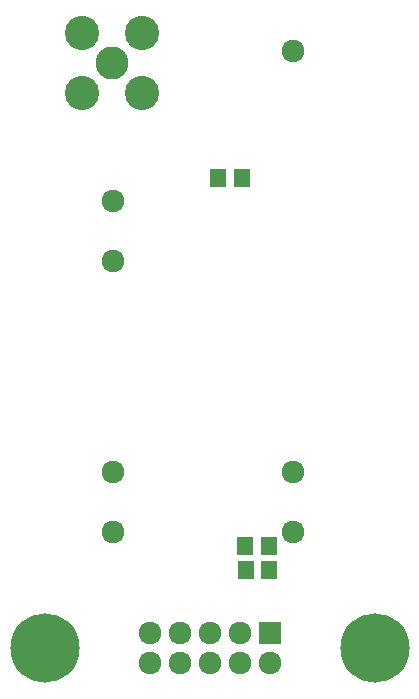
<source format=gbs>
G04 #@! TF.GenerationSoftware,KiCad,Pcbnew,(2017-06-25 revision 6a3c1720b)-makepkg*
G04 #@! TF.CreationDate,2017-08-03T10:21:49-04:00*
G04 #@! TF.ProjectId,pmt-transimpedance-amplifier,706D742D7472616E73696D706564616E,rev?*
G04 #@! TF.SameCoordinates,Original
G04 #@! TF.FileFunction,Soldermask,Bot*
G04 #@! TF.FilePolarity,Negative*
%FSLAX46Y46*%
G04 Gerber Fmt 4.6, Leading zero omitted, Abs format (unit mm)*
G04 Created by KiCad (PCBNEW (2017-06-25 revision 6a3c1720b)-makepkg) date 08/03/17 10:21:49*
%MOMM*%
%LPD*%
G01*
G04 APERTURE LIST*
%ADD10C,0.100000*%
%ADD11R,1.400000X1.650000*%
%ADD12C,1.924000*%
%ADD13C,1.920000*%
%ADD14R,1.920000X1.920000*%
%ADD15C,5.860000*%
%ADD16C,2.800000*%
%ADD17C,2.900000*%
G04 APERTURE END LIST*
D10*
D11*
X219545000Y-113715000D03*
X217545000Y-113715000D03*
X219595000Y-115765000D03*
X217595000Y-115765000D03*
D12*
X206350000Y-112540000D03*
X221590000Y-112540000D03*
X221590000Y-107460000D03*
X206350000Y-107460000D03*
X206350000Y-89660000D03*
X206350000Y-84580000D03*
X221590000Y-71880000D03*
D13*
X209455000Y-123640000D03*
X209455000Y-121100000D03*
X211995000Y-123640000D03*
X211995000Y-121100000D03*
X214535000Y-123640000D03*
X214535000Y-121100000D03*
X217075000Y-123640000D03*
X217075000Y-121100000D03*
X219615000Y-123640000D03*
D14*
X219615000Y-121100000D03*
D15*
X200565000Y-122370000D03*
X228505000Y-122370000D03*
D16*
X206300000Y-72875000D03*
D17*
X203760000Y-70335000D03*
X208840000Y-70335000D03*
X208840000Y-75415000D03*
X203760000Y-75415000D03*
D11*
X215275000Y-82600000D03*
X217275000Y-82600000D03*
M02*

</source>
